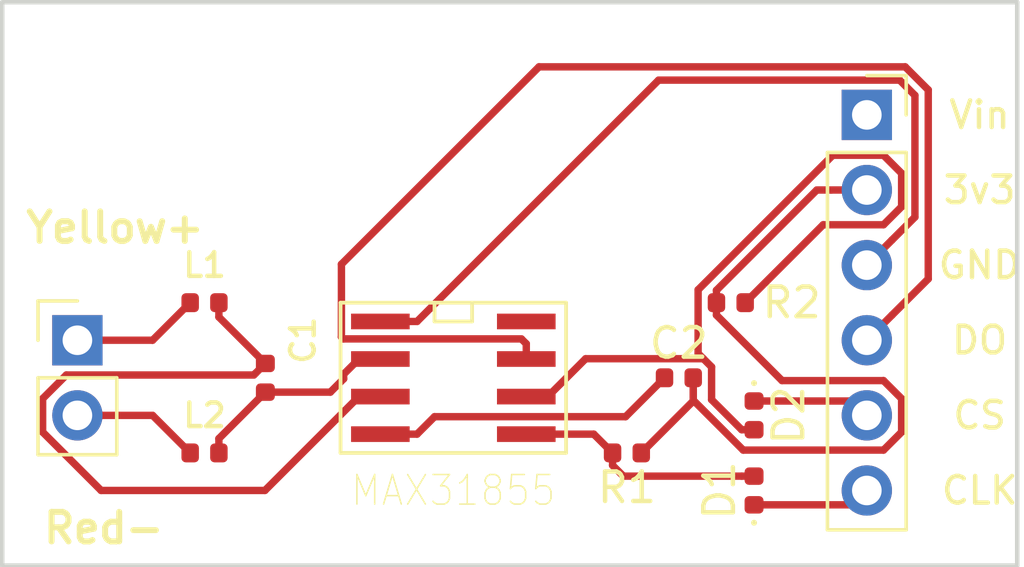
<source format=kicad_pcb>
(kicad_pcb (version 20171130) (host pcbnew "(5.0.0-3-g5ebb6b6)")

  (general
    (thickness 1.6)
    (drawings 12)
    (tracks 85)
    (zones 0)
    (modules 11)
    (nets 14)
  )

  (page A4)
  (layers
    (0 F.Cu signal)
    (1 In1.Cu power)
    (2 In2.Cu power)
    (31 B.Cu signal)
    (32 B.Adhes user)
    (33 F.Adhes user)
    (34 B.Paste user)
    (35 F.Paste user)
    (36 B.SilkS user)
    (37 F.SilkS user)
    (38 B.Mask user)
    (39 F.Mask user)
    (40 Dwgs.User user)
    (41 Cmts.User user)
    (42 Eco1.User user)
    (43 Eco2.User user)
    (44 Edge.Cuts user)
    (45 Margin user)
    (46 B.CrtYd user)
    (47 F.CrtYd user)
    (48 B.Fab user)
    (49 F.Fab user)
  )

  (setup
    (last_trace_width 0.25)
    (trace_clearance 0.2)
    (zone_clearance 0.508)
    (zone_45_only no)
    (trace_min 0.2)
    (segment_width 0.2)
    (edge_width 0.15)
    (via_size 0.8)
    (via_drill 0.4)
    (via_min_size 0.4)
    (via_min_drill 0.3)
    (uvia_size 0.3)
    (uvia_drill 0.1)
    (uvias_allowed no)
    (uvia_min_size 0.2)
    (uvia_min_drill 0.1)
    (pcb_text_width 0.3)
    (pcb_text_size 1.5 1.5)
    (mod_edge_width 0.15)
    (mod_text_size 1 1)
    (mod_text_width 0.15)
    (pad_size 1.524 1.524)
    (pad_drill 0.762)
    (pad_to_mask_clearance 0.2)
    (aux_axis_origin 0 0)
    (visible_elements FFFFFF7F)
    (pcbplotparams
      (layerselection 0x010fc_ffffffff)
      (usegerberextensions false)
      (usegerberattributes false)
      (usegerberadvancedattributes false)
      (creategerberjobfile false)
      (excludeedgelayer true)
      (linewidth 0.100000)
      (plotframeref false)
      (viasonmask false)
      (mode 1)
      (useauxorigin false)
      (hpglpennumber 1)
      (hpglpenspeed 20)
      (hpglpendiameter 15.000000)
      (psnegative false)
      (psa4output false)
      (plotreference true)
      (plotvalue true)
      (plotinvisibletext false)
      (padsonsilk false)
      (subtractmaskfromsilk false)
      (outputformat 1)
      (mirror false)
      (drillshape 1)
      (scaleselection 1)
      (outputdirectory ""))
  )

  (net 0 "")
  (net 1 "Net-(C1-Pad1)")
  (net 2 "Net-(C1-Pad2)")
  (net 3 GND)
  (net 4 "Net-(D1-Pad2)")
  (net 5 "Net-(D1-Pad1)")
  (net 6 "Net-(D2-Pad1)")
  (net 7 "Net-(D2-Pad2)")
  (net 8 "Net-(J1-Pad1)")
  (net 9 "Net-(J1-Pad2)")
  (net 10 +5V)
  (net 11 "Net-(J2-Pad4)")
  (net 12 "Net-(C2-Pad2)")
  (net 13 "Net-(C2-Pad1)")

  (net_class Default "This is the default net class."
    (clearance 0.2)
    (trace_width 0.25)
    (via_dia 0.8)
    (via_drill 0.4)
    (uvia_dia 0.3)
    (uvia_drill 0.1)
    (add_net +5V)
    (add_net GND)
    (add_net "Net-(C1-Pad1)")
    (add_net "Net-(C1-Pad2)")
    (add_net "Net-(C2-Pad1)")
    (add_net "Net-(C2-Pad2)")
    (add_net "Net-(D1-Pad1)")
    (add_net "Net-(D1-Pad2)")
    (add_net "Net-(D2-Pad1)")
    (add_net "Net-(D2-Pad2)")
    (add_net "Net-(J1-Pad1)")
    (add_net "Net-(J1-Pad2)")
    (add_net "Net-(J2-Pad4)")
  )

  (module Capacitor_SMD:C_0402_1005Metric (layer F.Cu) (tedit 5BC8025C) (tstamp 5BCAFC07)
    (at 157.48 88.9 270)
    (descr "Capacitor SMD 0402 (1005 Metric), square (rectangular) end terminal, IPC_7351 nominal, (Body size source: http://www.tortai-tech.com/upload/download/2011102023233369053.pdf), generated with kicad-footprint-generator")
    (tags capacitor)
    (path /5BB5A126)
    (attr smd)
    (fp_text reference C1 (at -1.27 -1.27 270) (layer F.SilkS)
      (effects (font (size 0.8 0.8) (thickness 0.15)))
    )
    (fp_text value .01uF (at 0 1.17 270) (layer F.Fab) hide
      (effects (font (size 1 1) (thickness 0.15)))
    )
    (fp_line (start -0.5 0.25) (end -0.5 -0.25) (layer F.Fab) (width 0.1))
    (fp_line (start -0.5 -0.25) (end 0.5 -0.25) (layer F.Fab) (width 0.1))
    (fp_line (start 0.5 -0.25) (end 0.5 0.25) (layer F.Fab) (width 0.1))
    (fp_line (start 0.5 0.25) (end -0.5 0.25) (layer F.Fab) (width 0.1))
    (fp_line (start -0.93 0.47) (end -0.93 -0.47) (layer F.CrtYd) (width 0.05))
    (fp_line (start -0.93 -0.47) (end 0.93 -0.47) (layer F.CrtYd) (width 0.05))
    (fp_line (start 0.93 -0.47) (end 0.93 0.47) (layer F.CrtYd) (width 0.05))
    (fp_line (start 0.93 0.47) (end -0.93 0.47) (layer F.CrtYd) (width 0.05))
    (fp_text user %R (at 0 0 270) (layer F.Fab)
      (effects (font (size 0.25 0.25) (thickness 0.04)))
    )
    (pad 1 smd roundrect (at -0.485 0 270) (size 0.59 0.64) (layers F.Cu F.Paste F.Mask) (roundrect_rratio 0.25)
      (net 1 "Net-(C1-Pad1)"))
    (pad 2 smd roundrect (at 0.485 0 270) (size 0.59 0.64) (layers F.Cu F.Paste F.Mask) (roundrect_rratio 0.25)
      (net 2 "Net-(C1-Pad2)"))
    (model ${KISYS3DMOD}/Capacitor_SMD.3dshapes/C_0402_1005Metric.wrl
      (at (xyz 0 0 0))
      (scale (xyz 1 1 1))
      (rotate (xyz 0 0 0))
    )
  )

  (module Capacitor_SMD:C_0402_1005Metric (layer F.Cu) (tedit 5BBEE25C) (tstamp 5BCAFC16)
    (at 171.45 88.9)
    (descr "Capacitor SMD 0402 (1005 Metric), square (rectangular) end terminal, IPC_7351 nominal, (Body size source: http://www.tortai-tech.com/upload/download/2011102023233369053.pdf), generated with kicad-footprint-generator")
    (tags capacitor)
    (path /5BB5DB50)
    (attr smd)
    (fp_text reference C2 (at 0 -1.17) (layer F.SilkS)
      (effects (font (size 1 1) (thickness 0.15)))
    )
    (fp_text value 0.1uF (at 0 1.27) (layer F.Fab) hide
      (effects (font (size 1 1) (thickness 0.15)))
    )
    (fp_text user %R (at 0 0) (layer F.Fab)
      (effects (font (size 0.25 0.25) (thickness 0.04)))
    )
    (fp_line (start 0.93 0.47) (end -0.93 0.47) (layer F.CrtYd) (width 0.05))
    (fp_line (start 0.93 -0.47) (end 0.93 0.47) (layer F.CrtYd) (width 0.05))
    (fp_line (start -0.93 -0.47) (end 0.93 -0.47) (layer F.CrtYd) (width 0.05))
    (fp_line (start -0.93 0.47) (end -0.93 -0.47) (layer F.CrtYd) (width 0.05))
    (fp_line (start 0.5 0.25) (end -0.5 0.25) (layer F.Fab) (width 0.1))
    (fp_line (start 0.5 -0.25) (end 0.5 0.25) (layer F.Fab) (width 0.1))
    (fp_line (start -0.5 -0.25) (end 0.5 -0.25) (layer F.Fab) (width 0.1))
    (fp_line (start -0.5 0.25) (end -0.5 -0.25) (layer F.Fab) (width 0.1))
    (pad 2 smd roundrect (at 0.485 0) (size 0.59 0.64) (layers F.Cu F.Paste F.Mask) (roundrect_rratio 0.25)
      (net 12 "Net-(C2-Pad2)"))
    (pad 1 smd roundrect (at -0.485 0) (size 0.59 0.64) (layers F.Cu F.Paste F.Mask) (roundrect_rratio 0.25)
      (net 13 "Net-(C2-Pad1)"))
    (model ${KISYS3DMOD}/Capacitor_SMD.3dshapes/C_0402_1005Metric.wrl
      (at (xyz 0 0 0))
      (scale (xyz 1 1 1))
      (rotate (xyz 0 0 0))
    )
  )

  (module Diode_SMD:D_0402_1005Metric (layer F.Cu) (tedit 5BBEDFEA) (tstamp 5BCAFC28)
    (at 173.99 92.71 90)
    (descr "Diode SMD 0402 (1005 Metric), square (rectangular) end terminal, IPC_7351 nominal, (Body size source: http://www.tortai-tech.com/upload/download/2011102023233369053.pdf), generated with kicad-footprint-generator")
    (tags diode)
    (path /5BB5B7A9)
    (attr smd)
    (fp_text reference D1 (at 0 -1.17 90) (layer F.SilkS)
      (effects (font (size 1 1) (thickness 0.15)))
    )
    (fp_text value 1N4148 (at 12.7 0 90) (layer F.Fab) hide
      (effects (font (size 1 1) (thickness 0.15)))
    )
    (fp_text user %R (at 0 0 90) (layer F.Fab)
      (effects (font (size 0.25 0.25) (thickness 0.04)))
    )
    (fp_line (start 0.93 0.47) (end -0.93 0.47) (layer F.CrtYd) (width 0.05))
    (fp_line (start 0.93 -0.47) (end 0.93 0.47) (layer F.CrtYd) (width 0.05))
    (fp_line (start -0.93 -0.47) (end 0.93 -0.47) (layer F.CrtYd) (width 0.05))
    (fp_line (start -0.93 0.47) (end -0.93 -0.47) (layer F.CrtYd) (width 0.05))
    (fp_line (start -0.3 0.25) (end -0.3 -0.25) (layer F.Fab) (width 0.1))
    (fp_line (start -0.4 0.25) (end -0.4 -0.25) (layer F.Fab) (width 0.1))
    (fp_line (start 0.5 0.25) (end -0.5 0.25) (layer F.Fab) (width 0.1))
    (fp_line (start 0.5 -0.25) (end 0.5 0.25) (layer F.Fab) (width 0.1))
    (fp_line (start -0.5 -0.25) (end 0.5 -0.25) (layer F.Fab) (width 0.1))
    (fp_line (start -0.5 0.25) (end -0.5 -0.25) (layer F.Fab) (width 0.1))
    (fp_circle (center -1.09 0) (end -1.04 0) (layer F.SilkS) (width 0.1))
    (pad 2 smd roundrect (at 0.485 0 90) (size 0.59 0.64) (layers F.Cu F.Paste F.Mask) (roundrect_rratio 0.25)
      (net 4 "Net-(D1-Pad2)"))
    (pad 1 smd roundrect (at -0.485 0 90) (size 0.59 0.64) (layers F.Cu F.Paste F.Mask) (roundrect_rratio 0.25)
      (net 5 "Net-(D1-Pad1)"))
    (model ${KISYS3DMOD}/Diode_SMD.3dshapes/D_0402_1005Metric.wrl
      (at (xyz 0 0 0))
      (scale (xyz 1 1 1))
      (rotate (xyz 0 0 0))
    )
  )

  (module Diode_SMD:D_0402_1005Metric (layer F.Cu) (tedit 5BBEDFED) (tstamp 5BCAFC3A)
    (at 173.99 90.17 270)
    (descr "Diode SMD 0402 (1005 Metric), square (rectangular) end terminal, IPC_7351 nominal, (Body size source: http://www.tortai-tech.com/upload/download/2011102023233369053.pdf), generated with kicad-footprint-generator")
    (tags diode)
    (path /5BB5B70F)
    (attr smd)
    (fp_text reference D2 (at 0 -1.17 270) (layer F.SilkS)
      (effects (font (size 1 1) (thickness 0.15)))
    )
    (fp_text value 1N4148 (at 0 1.17 270) (layer F.Fab) hide
      (effects (font (size 1 1) (thickness 0.15)))
    )
    (fp_circle (center -1.09 0) (end -1.04 0) (layer F.SilkS) (width 0.1))
    (fp_line (start -0.5 0.25) (end -0.5 -0.25) (layer F.Fab) (width 0.1))
    (fp_line (start -0.5 -0.25) (end 0.5 -0.25) (layer F.Fab) (width 0.1))
    (fp_line (start 0.5 -0.25) (end 0.5 0.25) (layer F.Fab) (width 0.1))
    (fp_line (start 0.5 0.25) (end -0.5 0.25) (layer F.Fab) (width 0.1))
    (fp_line (start -0.4 0.25) (end -0.4 -0.25) (layer F.Fab) (width 0.1))
    (fp_line (start -0.3 0.25) (end -0.3 -0.25) (layer F.Fab) (width 0.1))
    (fp_line (start -0.93 0.47) (end -0.93 -0.47) (layer F.CrtYd) (width 0.05))
    (fp_line (start -0.93 -0.47) (end 0.93 -0.47) (layer F.CrtYd) (width 0.05))
    (fp_line (start 0.93 -0.47) (end 0.93 0.47) (layer F.CrtYd) (width 0.05))
    (fp_line (start 0.93 0.47) (end -0.93 0.47) (layer F.CrtYd) (width 0.05))
    (fp_text user %R (at 0 0 270) (layer F.Fab)
      (effects (font (size 0.25 0.25) (thickness 0.04)))
    )
    (pad 1 smd roundrect (at -0.485 0 270) (size 0.59 0.64) (layers F.Cu F.Paste F.Mask) (roundrect_rratio 0.25)
      (net 6 "Net-(D2-Pad1)"))
    (pad 2 smd roundrect (at 0.485 0 270) (size 0.59 0.64) (layers F.Cu F.Paste F.Mask) (roundrect_rratio 0.25)
      (net 7 "Net-(D2-Pad2)"))
    (model ${KISYS3DMOD}/Diode_SMD.3dshapes/D_0402_1005Metric.wrl
      (at (xyz 0 0 0))
      (scale (xyz 1 1 1))
      (rotate (xyz 0 0 0))
    )
  )

  (module Connector_PinHeader_2.54mm:PinHeader_1x02_P2.54mm_Vertical (layer F.Cu) (tedit 5BC80068) (tstamp 5BCAFC50)
    (at 151.13 87.63)
    (descr "Through hole straight pin header, 1x02, 2.54mm pitch, single row")
    (tags "Through hole pin header THT 1x02 2.54mm single row")
    (path /5BB5AAEB)
    (fp_text reference J1 (at 0 -2.33) (layer F.SilkS) hide
      (effects (font (size 1 1) (thickness 0.15)))
    )
    (fp_text value Conn_01x02_Male (at 0 4.87) (layer F.Fab) hide
      (effects (font (size 1 1) (thickness 0.15)))
    )
    (fp_line (start -0.635 -1.27) (end 1.27 -1.27) (layer F.Fab) (width 0.1))
    (fp_line (start 1.27 -1.27) (end 1.27 3.81) (layer F.Fab) (width 0.1))
    (fp_line (start 1.27 3.81) (end -1.27 3.81) (layer F.Fab) (width 0.1))
    (fp_line (start -1.27 3.81) (end -1.27 -0.635) (layer F.Fab) (width 0.1))
    (fp_line (start -1.27 -0.635) (end -0.635 -1.27) (layer F.Fab) (width 0.1))
    (fp_line (start -1.33 3.87) (end 1.33 3.87) (layer F.SilkS) (width 0.12))
    (fp_line (start -1.33 1.27) (end -1.33 3.87) (layer F.SilkS) (width 0.12))
    (fp_line (start 1.33 1.27) (end 1.33 3.87) (layer F.SilkS) (width 0.12))
    (fp_line (start -1.33 1.27) (end 1.33 1.27) (layer F.SilkS) (width 0.12))
    (fp_line (start -1.33 0) (end -1.33 -1.33) (layer F.SilkS) (width 0.12))
    (fp_line (start -1.33 -1.33) (end 0 -1.33) (layer F.SilkS) (width 0.12))
    (fp_line (start -1.8 -1.8) (end -1.8 4.35) (layer F.CrtYd) (width 0.05))
    (fp_line (start -1.8 4.35) (end 1.8 4.35) (layer F.CrtYd) (width 0.05))
    (fp_line (start 1.8 4.35) (end 1.8 -1.8) (layer F.CrtYd) (width 0.05))
    (fp_line (start 1.8 -1.8) (end -1.8 -1.8) (layer F.CrtYd) (width 0.05))
    (fp_text user %R (at 0 1.27 90) (layer F.Fab)
      (effects (font (size 1 1) (thickness 0.15)))
    )
    (pad 1 thru_hole rect (at 0 0) (size 1.7 1.7) (drill 1) (layers *.Cu *.Mask)
      (net 8 "Net-(J1-Pad1)"))
    (pad 2 thru_hole oval (at 0 2.54) (size 1.7 1.7) (drill 1) (layers *.Cu *.Mask)
      (net 9 "Net-(J1-Pad2)"))
    (model ${KISYS3DMOD}/Connector_PinHeader_2.54mm.3dshapes/PinHeader_1x02_P2.54mm_Vertical.wrl
      (at (xyz 0 0 0))
      (scale (xyz 1 1 1))
      (rotate (xyz 0 0 0))
    )
  )

  (module Connector_PinSocket_2.54mm:PinSocket_1x06_P2.54mm_Vertical (layer F.Cu) (tedit 5BC8008C) (tstamp 5BCAFC6A)
    (at 177.8 80.01)
    (descr "Through hole straight socket strip, 1x06, 2.54mm pitch, single row (from Kicad 4.0.7), script generated")
    (tags "Through hole socket strip THT 1x06 2.54mm single row")
    (path /5BB5C524)
    (fp_text reference J2 (at 0 -2.77) (layer F.SilkS) hide
      (effects (font (size 1 1) (thickness 0.15)))
    )
    (fp_text value Conn_01x06_Female (at 8.334999 19.764999) (layer F.Fab) hide
      (effects (font (size 1 1) (thickness 0.15)))
    )
    (fp_line (start -1.27 -1.27) (end 0.635 -1.27) (layer F.Fab) (width 0.1))
    (fp_line (start 0.635 -1.27) (end 1.27 -0.635) (layer F.Fab) (width 0.1))
    (fp_line (start 1.27 -0.635) (end 1.27 13.97) (layer F.Fab) (width 0.1))
    (fp_line (start 1.27 13.97) (end -1.27 13.97) (layer F.Fab) (width 0.1))
    (fp_line (start -1.27 13.97) (end -1.27 -1.27) (layer F.Fab) (width 0.1))
    (fp_line (start -1.33 1.27) (end 1.33 1.27) (layer F.SilkS) (width 0.12))
    (fp_line (start -1.33 1.27) (end -1.33 14.03) (layer F.SilkS) (width 0.12))
    (fp_line (start -1.33 14.03) (end 1.33 14.03) (layer F.SilkS) (width 0.12))
    (fp_line (start 1.33 1.27) (end 1.33 14.03) (layer F.SilkS) (width 0.12))
    (fp_line (start 1.33 -1.33) (end 1.33 0) (layer F.SilkS) (width 0.12))
    (fp_line (start 0 -1.33) (end 1.33 -1.33) (layer F.SilkS) (width 0.12))
    (fp_line (start -1.8 -1.8) (end 1.75 -1.8) (layer F.CrtYd) (width 0.05))
    (fp_line (start 1.75 -1.8) (end 1.75 14.45) (layer F.CrtYd) (width 0.05))
    (fp_line (start 1.75 14.45) (end -1.8 14.45) (layer F.CrtYd) (width 0.05))
    (fp_line (start -1.8 14.45) (end -1.8 -1.8) (layer F.CrtYd) (width 0.05))
    (fp_text user %R (at 0 6.35 90) (layer F.Fab)
      (effects (font (size 1 1) (thickness 0.15)))
    )
    (pad 1 thru_hole rect (at 0 0) (size 1.7 1.7) (drill 1) (layers *.Cu *.Mask)
      (net 10 +5V))
    (pad 2 thru_hole oval (at 0 2.54) (size 1.7 1.7) (drill 1) (layers *.Cu *.Mask)
      (net 12 "Net-(C2-Pad2)"))
    (pad 3 thru_hole oval (at 0 5.08) (size 1.7 1.7) (drill 1) (layers *.Cu *.Mask)
      (net 3 GND))
    (pad 4 thru_hole oval (at 0 7.62) (size 1.7 1.7) (drill 1) (layers *.Cu *.Mask)
      (net 11 "Net-(J2-Pad4)"))
    (pad 5 thru_hole oval (at 0 10.16) (size 1.7 1.7) (drill 1) (layers *.Cu *.Mask)
      (net 6 "Net-(D2-Pad1)"))
    (pad 6 thru_hole oval (at 0 12.7) (size 1.7 1.7) (drill 1) (layers *.Cu *.Mask)
      (net 5 "Net-(D1-Pad1)"))
    (model ${KISYS3DMOD}/Connector_PinSocket_2.54mm.3dshapes/PinSocket_1x06_P2.54mm_Vertical.wrl
      (at (xyz 0 0 0))
      (scale (xyz 1 1 1))
      (rotate (xyz 0 0 0))
    )
  )

  (module Inductor_SMD:L_0402_1005Metric (layer F.Cu) (tedit 5BC80126) (tstamp 5BCAFC79)
    (at 155.425 86.36 180)
    (descr "Inductor SMD 0402 (1005 Metric), square (rectangular) end terminal, IPC_7351 nominal, (Body size source: http://www.tortai-tech.com/upload/download/2011102023233369053.pdf), generated with kicad-footprint-generator")
    (tags inductor)
    (path /5BB5A7BF)
    (attr smd)
    (fp_text reference L1 (at 0 1.27 180) (layer F.SilkS)
      (effects (font (size 0.8 0.8) (thickness 0.15)))
    )
    (fp_text value Ferrite_Bead (at 1.784999 1.924999 180) (layer F.Fab) hide
      (effects (font (size 1 1) (thickness 0.15)))
    )
    (fp_line (start -0.5 0.25) (end -0.5 -0.25) (layer F.Fab) (width 0.1))
    (fp_line (start -0.5 -0.25) (end 0.5 -0.25) (layer F.Fab) (width 0.1))
    (fp_line (start 0.5 -0.25) (end 0.5 0.25) (layer F.Fab) (width 0.1))
    (fp_line (start 0.5 0.25) (end -0.5 0.25) (layer F.Fab) (width 0.1))
    (fp_line (start -0.93 0.47) (end -0.93 -0.47) (layer F.CrtYd) (width 0.05))
    (fp_line (start -0.93 -0.47) (end 0.93 -0.47) (layer F.CrtYd) (width 0.05))
    (fp_line (start 0.93 -0.47) (end 0.93 0.47) (layer F.CrtYd) (width 0.05))
    (fp_line (start 0.93 0.47) (end -0.93 0.47) (layer F.CrtYd) (width 0.05))
    (fp_text user %R (at 0 0 180) (layer F.Fab)
      (effects (font (size 0.25 0.25) (thickness 0.04)))
    )
    (pad 1 smd roundrect (at -0.485 0 180) (size 0.59 0.64) (layers F.Cu F.Paste F.Mask) (roundrect_rratio 0.25)
      (net 1 "Net-(C1-Pad1)"))
    (pad 2 smd roundrect (at 0.485 0 180) (size 0.59 0.64) (layers F.Cu F.Paste F.Mask) (roundrect_rratio 0.25)
      (net 8 "Net-(J1-Pad1)"))
    (model ${KISYS3DMOD}/Inductor_SMD.3dshapes/L_0402_1005Metric.wrl
      (at (xyz 0 0 0))
      (scale (xyz 1 1 1))
      (rotate (xyz 0 0 0))
    )
  )

  (module Inductor_SMD:L_0402_1005Metric (layer F.Cu) (tedit 5BC80133) (tstamp 5BCAFC88)
    (at 155.425 91.44 180)
    (descr "Inductor SMD 0402 (1005 Metric), square (rectangular) end terminal, IPC_7351 nominal, (Body size source: http://www.tortai-tech.com/upload/download/2011102023233369053.pdf), generated with kicad-footprint-generator")
    (tags inductor)
    (path /5BB5A820)
    (attr smd)
    (fp_text reference L2 (at 0 1.27 180) (layer F.SilkS)
      (effects (font (size 0.8 0.8) (thickness 0.15)))
    )
    (fp_text value Ferrite_Bead (at 0 1.17 180) (layer F.Fab) hide
      (effects (font (size 1 1) (thickness 0.15)))
    )
    (fp_text user %R (at 0 0 180) (layer F.Fab)
      (effects (font (size 0.25 0.25) (thickness 0.04)))
    )
    (fp_line (start 0.93 0.47) (end -0.93 0.47) (layer F.CrtYd) (width 0.05))
    (fp_line (start 0.93 -0.47) (end 0.93 0.47) (layer F.CrtYd) (width 0.05))
    (fp_line (start -0.93 -0.47) (end 0.93 -0.47) (layer F.CrtYd) (width 0.05))
    (fp_line (start -0.93 0.47) (end -0.93 -0.47) (layer F.CrtYd) (width 0.05))
    (fp_line (start 0.5 0.25) (end -0.5 0.25) (layer F.Fab) (width 0.1))
    (fp_line (start 0.5 -0.25) (end 0.5 0.25) (layer F.Fab) (width 0.1))
    (fp_line (start -0.5 -0.25) (end 0.5 -0.25) (layer F.Fab) (width 0.1))
    (fp_line (start -0.5 0.25) (end -0.5 -0.25) (layer F.Fab) (width 0.1))
    (pad 2 smd roundrect (at 0.485 0 180) (size 0.59 0.64) (layers F.Cu F.Paste F.Mask) (roundrect_rratio 0.25)
      (net 9 "Net-(J1-Pad2)"))
    (pad 1 smd roundrect (at -0.485 0 180) (size 0.59 0.64) (layers F.Cu F.Paste F.Mask) (roundrect_rratio 0.25)
      (net 2 "Net-(C1-Pad2)"))
    (model ${KISYS3DMOD}/Inductor_SMD.3dshapes/L_0402_1005Metric.wrl
      (at (xyz 0 0 0))
      (scale (xyz 1 1 1))
      (rotate (xyz 0 0 0))
    )
  )

  (module Resistor_SMD:R_0402_1005Metric (layer F.Cu) (tedit 5BBEE258) (tstamp 5BCAFC97)
    (at 169.695 91.44 180)
    (descr "Resistor SMD 0402 (1005 Metric), square (rectangular) end terminal, IPC_7351 nominal, (Body size source: http://www.tortai-tech.com/upload/download/2011102023233369053.pdf), generated with kicad-footprint-generator")
    (tags resistor)
    (path /5BB5A697)
    (attr smd)
    (fp_text reference R1 (at 0 -1.17 180) (layer F.SilkS)
      (effects (font (size 1 1) (thickness 0.15)))
    )
    (fp_text value 10k (at 0 1.17 180) (layer F.Fab) hide
      (effects (font (size 1 1) (thickness 0.15)))
    )
    (fp_line (start -0.5 0.25) (end -0.5 -0.25) (layer F.Fab) (width 0.1))
    (fp_line (start -0.5 -0.25) (end 0.5 -0.25) (layer F.Fab) (width 0.1))
    (fp_line (start 0.5 -0.25) (end 0.5 0.25) (layer F.Fab) (width 0.1))
    (fp_line (start 0.5 0.25) (end -0.5 0.25) (layer F.Fab) (width 0.1))
    (fp_line (start -0.93 0.47) (end -0.93 -0.47) (layer F.CrtYd) (width 0.05))
    (fp_line (start -0.93 -0.47) (end 0.93 -0.47) (layer F.CrtYd) (width 0.05))
    (fp_line (start 0.93 -0.47) (end 0.93 0.47) (layer F.CrtYd) (width 0.05))
    (fp_line (start 0.93 0.47) (end -0.93 0.47) (layer F.CrtYd) (width 0.05))
    (fp_text user %R (at 0 0 180) (layer F.Fab)
      (effects (font (size 0.25 0.25) (thickness 0.04)))
    )
    (pad 1 smd roundrect (at -0.485 0 180) (size 0.59 0.64) (layers F.Cu F.Paste F.Mask) (roundrect_rratio 0.25)
      (net 12 "Net-(C2-Pad2)"))
    (pad 2 smd roundrect (at 0.485 0 180) (size 0.59 0.64) (layers F.Cu F.Paste F.Mask) (roundrect_rratio 0.25)
      (net 4 "Net-(D1-Pad2)"))
    (model ${KISYS3DMOD}/Resistor_SMD.3dshapes/R_0402_1005Metric.wrl
      (at (xyz 0 0 0))
      (scale (xyz 1 1 1))
      (rotate (xyz 0 0 0))
    )
  )

  (module Resistor_SMD:R_0402_1005Metric (layer F.Cu) (tedit 5BBEE254) (tstamp 5BCAFCA6)
    (at 173.205 86.36 180)
    (descr "Resistor SMD 0402 (1005 Metric), square (rectangular) end terminal, IPC_7351 nominal, (Body size source: http://www.tortai-tech.com/upload/download/2011102023233369053.pdf), generated with kicad-footprint-generator")
    (tags resistor)
    (path /5BB5B92E)
    (attr smd)
    (fp_text reference R2 (at -2.055 0 180) (layer F.SilkS)
      (effects (font (size 1 1) (thickness 0.15)))
    )
    (fp_text value 10k (at 0 1.27 180) (layer F.Fab) hide
      (effects (font (size 1 1) (thickness 0.15)))
    )
    (fp_text user %R (at 0 0 180) (layer F.Fab)
      (effects (font (size 0.25 0.25) (thickness 0.04)))
    )
    (fp_line (start 0.93 0.47) (end -0.93 0.47) (layer F.CrtYd) (width 0.05))
    (fp_line (start 0.93 -0.47) (end 0.93 0.47) (layer F.CrtYd) (width 0.05))
    (fp_line (start -0.93 -0.47) (end 0.93 -0.47) (layer F.CrtYd) (width 0.05))
    (fp_line (start -0.93 0.47) (end -0.93 -0.47) (layer F.CrtYd) (width 0.05))
    (fp_line (start 0.5 0.25) (end -0.5 0.25) (layer F.Fab) (width 0.1))
    (fp_line (start 0.5 -0.25) (end 0.5 0.25) (layer F.Fab) (width 0.1))
    (fp_line (start -0.5 -0.25) (end 0.5 -0.25) (layer F.Fab) (width 0.1))
    (fp_line (start -0.5 0.25) (end -0.5 -0.25) (layer F.Fab) (width 0.1))
    (pad 2 smd roundrect (at 0.485 0 180) (size 0.59 0.64) (layers F.Cu F.Paste F.Mask) (roundrect_rratio 0.25)
      (net 12 "Net-(C2-Pad2)"))
    (pad 1 smd roundrect (at -0.485 0 180) (size 0.59 0.64) (layers F.Cu F.Paste F.Mask) (roundrect_rratio 0.25)
      (net 7 "Net-(D2-Pad2)"))
    (model ${KISYS3DMOD}/Resistor_SMD.3dshapes/R_0402_1005Metric.wrl
      (at (xyz 0 0 0))
      (scale (xyz 1 1 1))
      (rotate (xyz 0 0 0))
    )
  )

  (module MAX31855:SO-8 (layer F.Cu) (tedit 5BC80081) (tstamp 5BCAFCBB)
    (at 163.83 88.9)
    (path /5BB59E3B)
    (attr smd)
    (fp_text reference U1 (at 0 3.81) (layer F.SilkS) hide
      (effects (font (size 0.641073 0.641073) (thickness 0.05)))
    )
    (fp_text value MAX31855 (at 0 3.81) (layer F.SilkS)
      (effects (font (size 1 0.9) (thickness 0.05)))
    )
    (fp_line (start -3.81 -2.54) (end -3.81 2.54) (layer F.SilkS) (width 0.127))
    (fp_line (start -3.81 2.54) (end 3.81 2.54) (layer F.SilkS) (width 0.127))
    (fp_line (start 3.81 2.54) (end 3.81 -2.54) (layer F.SilkS) (width 0.127))
    (fp_line (start 3.81 -2.54) (end 0.635 -2.54) (layer F.SilkS) (width 0.127))
    (fp_line (start 0.635 -2.54) (end -0.635 -2.54) (layer F.SilkS) (width 0.127))
    (fp_line (start -0.635 -2.54) (end -3.81 -2.54) (layer F.SilkS) (width 0.127))
    (fp_line (start -0.635 -2.54) (end -0.635 -1.905) (layer F.SilkS) (width 0.127))
    (fp_line (start -0.635 -1.905) (end 0.635 -1.905) (layer F.SilkS) (width 0.127))
    (fp_line (start 0.635 -1.905) (end 0.635 -2.54) (layer F.SilkS) (width 0.127))
    (pad 1 smd rect (at -2.465 -1.905) (size 1.98 0.53) (layers F.Cu F.Paste F.Mask)
      (net 3 GND))
    (pad 2 smd rect (at -2.465 -0.635) (size 1.98 0.53) (layers F.Cu F.Paste F.Mask)
      (net 2 "Net-(C1-Pad2)"))
    (pad 3 smd rect (at -2.465 0.635) (size 1.98 0.53) (layers F.Cu F.Paste F.Mask)
      (net 1 "Net-(C1-Pad1)"))
    (pad 4 smd rect (at -2.465 1.905) (size 1.98 0.53) (layers F.Cu F.Paste F.Mask)
      (net 13 "Net-(C2-Pad1)"))
    (pad 5 smd rect (at 2.465 1.905) (size 1.98 0.53) (layers F.Cu F.Paste F.Mask)
      (net 4 "Net-(D1-Pad2)"))
    (pad 6 smd rect (at 2.465 0.635) (size 1.98 0.53) (layers F.Cu F.Paste F.Mask)
      (net 7 "Net-(D2-Pad2)"))
    (pad 7 smd rect (at 2.465 -0.635) (size 1.98 0.53) (layers F.Cu F.Paste F.Mask)
      (net 11 "Net-(J2-Pad4)"))
    (pad 8 smd rect (at 2.465 -1.905) (size 1.98 0.53) (layers F.Cu F.Paste F.Mask))
  )

  (gr_text CLK (at 181.61 92.71) (layer F.SilkS) (tstamp 5BC80336)
    (effects (font (size 0.9 0.9) (thickness 0.15)))
  )
  (gr_text CS (at 181.61 90.17) (layer F.SilkS) (tstamp 5BC80331)
    (effects (font (size 0.9 0.9) (thickness 0.15)))
  )
  (gr_text DO (at 181.61 87.63) (layer F.SilkS) (tstamp 5BC8032B)
    (effects (font (size 0.9 0.9) (thickness 0.15)))
  )
  (gr_text GND (at 181.61 85.09) (layer F.SilkS) (tstamp 5BC8030E)
    (effects (font (size 0.9 0.9) (thickness 0.15)))
  )
  (gr_text 3v3 (at 181.61 82.55) (layer F.SilkS) (tstamp 5BC8030E)
    (effects (font (size 0.9 0.9) (thickness 0.15)))
  )
  (gr_text Vin (at 181.61 80.01) (layer F.SilkS)
    (effects (font (size 0.9 0.9) (thickness 0.15)))
  )
  (gr_text Yellow+ (at 152.4 83.82) (layer F.SilkS)
    (effects (font (size 1 1) (thickness 0.2)))
  )
  (gr_text "Red- \n" (at 152.4 93.98) (layer F.SilkS)
    (effects (font (size 1 1) (thickness 0.2)))
  )
  (gr_line (start 182.88 95.25) (end 182.88 76.2) (layer Edge.Cuts) (width 0.15))
  (gr_line (start 148.59 95.25) (end 182.88 95.25) (layer Edge.Cuts) (width 0.15))
  (gr_line (start 148.59 76.2) (end 148.59 95.25) (layer Edge.Cuts) (width 0.15))
  (gr_line (start 182.88 76.2) (end 148.59 76.2) (layer Edge.Cuts) (width 0.15))

  (segment (start 155.91 86.845) (end 157.48 88.415) (width 0.25) (layer F.Cu) (net 1))
  (segment (start 155.91 86.36) (end 155.91 86.845) (width 0.25) (layer F.Cu) (net 1))
  (segment (start 157.145832 88.749168) (end 157.48 88.415) (width 0.25) (layer F.Cu) (net 1))
  (segment (start 157.089999 88.805001) (end 157.145832 88.749168) (width 0.25) (layer F.Cu) (net 1))
  (segment (start 150.755997 88.805001) (end 157.089999 88.805001) (width 0.25) (layer F.Cu) (net 1))
  (segment (start 149.954999 89.605999) (end 150.755997 88.805001) (width 0.25) (layer F.Cu) (net 1))
  (segment (start 149.954999 90.734001) (end 149.954999 89.605999) (width 0.25) (layer F.Cu) (net 1))
  (segment (start 151.930998 92.71) (end 149.954999 90.734001) (width 0.25) (layer F.Cu) (net 1))
  (segment (start 157.465 92.71) (end 151.930998 92.71) (width 0.25) (layer F.Cu) (net 1))
  (segment (start 160.64 89.535) (end 157.465 92.71) (width 0.25) (layer F.Cu) (net 1))
  (segment (start 161.365 89.535) (end 160.64 89.535) (width 0.25) (layer F.Cu) (net 1))
  (segment (start 155.91 90.955) (end 157.48 89.385) (width 0.25) (layer F.Cu) (net 2))
  (segment (start 155.91 91.44) (end 155.91 90.955) (width 0.25) (layer F.Cu) (net 2))
  (segment (start 160.64 88.265) (end 161.365 88.265) (width 0.25) (layer F.Cu) (net 2))
  (segment (start 160.125 88.78) (end 160.64 88.265) (width 0.25) (layer F.Cu) (net 2))
  (segment (start 160.125 88.934998) (end 160.125 88.78) (width 0.25) (layer F.Cu) (net 2))
  (segment (start 159.674998 89.385) (end 160.125 88.934998) (width 0.25) (layer F.Cu) (net 2))
  (segment (start 157.48 89.385) (end 159.674998 89.385) (width 0.25) (layer F.Cu) (net 2))
  (segment (start 179.425011 83.464989) (end 178.649999 84.240001) (width 0.25) (layer F.Cu) (net 3))
  (segment (start 179.425011 79.350009) (end 179.425011 83.464989) (width 0.25) (layer F.Cu) (net 3))
  (segment (start 178.910001 78.834999) (end 179.425011 79.350009) (width 0.25) (layer F.Cu) (net 3))
  (segment (start 178.649999 84.240001) (end 177.8 85.09) (width 0.25) (layer F.Cu) (net 3))
  (segment (start 170.765001 78.834999) (end 178.910001 78.834999) (width 0.25) (layer F.Cu) (net 3))
  (segment (start 162.605 86.995) (end 170.765001 78.834999) (width 0.25) (layer F.Cu) (net 3))
  (segment (start 161.365 86.995) (end 162.605 86.995) (width 0.25) (layer F.Cu) (net 3))
  (segment (start 168.575 90.805) (end 169.21 91.44) (width 0.25) (layer F.Cu) (net 4))
  (segment (start 166.295 90.805) (end 168.575 90.805) (width 0.25) (layer F.Cu) (net 4))
  (segment (start 169.575 92.225) (end 173.57 92.225) (width 0.25) (layer F.Cu) (net 4))
  (segment (start 169.21 91.86) (end 169.575 92.225) (width 0.25) (layer F.Cu) (net 4))
  (segment (start 173.57 92.225) (end 173.99 92.225) (width 0.25) (layer F.Cu) (net 4))
  (segment (start 169.21 91.44) (end 169.21 91.86) (width 0.25) (layer F.Cu) (net 4))
  (segment (start 177.315 93.195) (end 177.8 92.71) (width 0.25) (layer F.Cu) (net 5))
  (segment (start 173.99 93.195) (end 177.315 93.195) (width 0.25) (layer F.Cu) (net 5))
  (segment (start 177.315 89.685) (end 177.8 90.17) (width 0.25) (layer F.Cu) (net 6))
  (segment (start 173.99 89.685) (end 177.315 89.685) (width 0.25) (layer F.Cu) (net 6))
  (segment (start 172.55501 88.531778) (end 172.278222 88.25499) (width 0.25) (layer F.Cu) (net 7))
  (segment (start 167.02 89.535) (end 166.295 89.535) (width 0.25) (layer F.Cu) (net 7))
  (segment (start 172.278222 88.25499) (end 168.30001 88.25499) (width 0.25) (layer F.Cu) (net 7))
  (segment (start 172.55501 89.64001) (end 172.55501 88.531778) (width 0.25) (layer F.Cu) (net 7))
  (segment (start 173.57 90.655) (end 172.55501 89.64001) (width 0.25) (layer F.Cu) (net 7))
  (segment (start 168.30001 88.25499) (end 167.02 89.535) (width 0.25) (layer F.Cu) (net 7))
  (segment (start 173.99 90.655) (end 173.57 90.655) (width 0.25) (layer F.Cu) (net 7))
  (segment (start 172.09999 85.9236) (end 172.09999 88.076758) (width 0.25) (layer F.Cu) (net 7))
  (segment (start 172.09999 88.076758) (end 172.278222 88.25499) (width 0.25) (layer F.Cu) (net 7))
  (segment (start 176.648591 81.374999) (end 172.09999 85.9236) (width 0.25) (layer F.Cu) (net 7))
  (segment (start 178.364001 81.374999) (end 176.648591 81.374999) (width 0.25) (layer F.Cu) (net 7))
  (segment (start 178.975001 81.985999) (end 178.364001 81.374999) (width 0.25) (layer F.Cu) (net 7))
  (segment (start 178.975001 83.114001) (end 178.975001 81.985999) (width 0.25) (layer F.Cu) (net 7))
  (segment (start 178.364001 83.725001) (end 178.975001 83.114001) (width 0.25) (layer F.Cu) (net 7))
  (segment (start 176.324999 83.725001) (end 178.364001 83.725001) (width 0.25) (layer F.Cu) (net 7))
  (segment (start 173.69 86.36) (end 176.324999 83.725001) (width 0.25) (layer F.Cu) (net 7))
  (segment (start 153.67 87.63) (end 154.94 86.36) (width 0.25) (layer F.Cu) (net 8))
  (segment (start 151.13 87.63) (end 153.67 87.63) (width 0.25) (layer F.Cu) (net 8))
  (segment (start 153.67 90.17) (end 154.94 91.44) (width 0.25) (layer F.Cu) (net 9))
  (segment (start 151.13 90.17) (end 153.67 90.17) (width 0.25) (layer F.Cu) (net 9))
  (segment (start 178.649999 86.780001) (end 177.8 87.63) (width 0.25) (layer F.Cu) (net 11))
  (segment (start 179.096402 78.38499) (end 179.875021 79.163609) (width 0.25) (layer F.Cu) (net 11))
  (segment (start 166.72501 78.38499) (end 179.096402 78.38499) (width 0.25) (layer F.Cu) (net 11))
  (segment (start 179.875021 85.554979) (end 178.649999 86.780001) (width 0.25) (layer F.Cu) (net 11))
  (segment (start 160.049999 85.060001) (end 166.72501 78.38499) (width 0.25) (layer F.Cu) (net 11))
  (segment (start 179.875021 79.163609) (end 179.875021 85.554979) (width 0.25) (layer F.Cu) (net 11))
  (segment (start 160.114999 87.585001) (end 160.049999 87.520001) (width 0.25) (layer F.Cu) (net 11))
  (segment (start 160.049999 87.520001) (end 160.049999 85.060001) (width 0.25) (layer F.Cu) (net 11))
  (segment (start 166.130001 87.585001) (end 160.114999 87.585001) (width 0.25) (layer F.Cu) (net 11))
  (segment (start 166.295 87.75) (end 166.130001 87.585001) (width 0.25) (layer F.Cu) (net 11))
  (segment (start 166.295 88.265) (end 166.295 87.75) (width 0.25) (layer F.Cu) (net 11))
  (segment (start 171.935 89.685) (end 171.935 88.9) (width 0.25) (layer F.Cu) (net 12))
  (segment (start 170.18 91.44) (end 171.935 89.685) (width 0.25) (layer F.Cu) (net 12))
  (segment (start 172.72 86.78) (end 172.72 86.36) (width 0.25) (layer F.Cu) (net 12))
  (segment (start 174.934999 88.994999) (end 172.72 86.78) (width 0.25) (layer F.Cu) (net 12))
  (segment (start 178.364001 88.994999) (end 174.934999 88.994999) (width 0.25) (layer F.Cu) (net 12))
  (segment (start 178.975001 89.605999) (end 178.364001 88.994999) (width 0.25) (layer F.Cu) (net 12))
  (segment (start 178.975001 90.734001) (end 178.975001 89.605999) (width 0.25) (layer F.Cu) (net 12))
  (segment (start 178.364001 91.345001) (end 178.975001 90.734001) (width 0.25) (layer F.Cu) (net 12))
  (segment (start 171.935 89.65641) (end 173.623591 91.345001) (width 0.25) (layer F.Cu) (net 12))
  (segment (start 173.623591 91.345001) (end 178.364001 91.345001) (width 0.25) (layer F.Cu) (net 12))
  (segment (start 171.935 88.9) (end 171.935 89.65641) (width 0.25) (layer F.Cu) (net 12))
  (segment (start 176.597919 82.55) (end 177.8 82.55) (width 0.25) (layer F.Cu) (net 12))
  (segment (start 176.11 82.55) (end 176.597919 82.55) (width 0.25) (layer F.Cu) (net 12))
  (segment (start 172.72 85.94) (end 176.11 82.55) (width 0.25) (layer F.Cu) (net 12))
  (segment (start 172.72 86.36) (end 172.72 85.94) (width 0.25) (layer F.Cu) (net 12))
  (segment (start 162.605 90.805) (end 161.365 90.805) (width 0.25) (layer F.Cu) (net 13))
  (segment (start 163.195001 90.214999) (end 162.605 90.805) (width 0.25) (layer F.Cu) (net 13))
  (segment (start 169.650001 90.214999) (end 163.195001 90.214999) (width 0.25) (layer F.Cu) (net 13))
  (segment (start 170.965 88.9) (end 169.650001 90.214999) (width 0.25) (layer F.Cu) (net 13))

)

</source>
